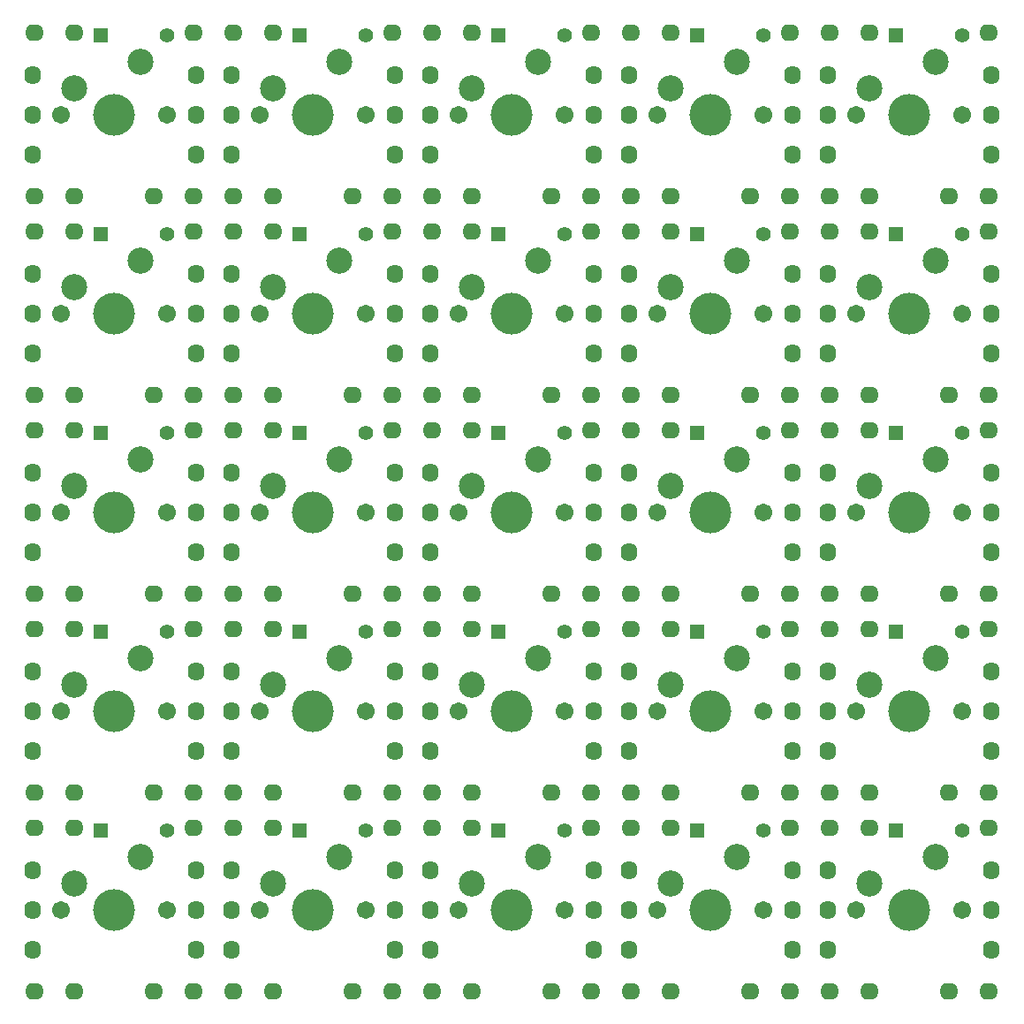
<source format=gts>
G04 #@! TF.GenerationSoftware,KiCad,Pcbnew,5.0.0-fee4fd1~66~ubuntu18.04.1*
G04 #@! TF.CreationDate,2018-09-16T19:45:11+09:00*
G04 #@! TF.ProjectId,MxLEDBit,4D784C45444269742E6B696361645F70,1*
G04 #@! TF.SameCoordinates,Original*
G04 #@! TF.FileFunction,Soldermask,Top*
G04 #@! TF.FilePolarity,Negative*
%FSLAX46Y46*%
G04 Gerber Fmt 4.6, Leading zero omitted, Abs format (unit mm)*
G04 Created by KiCad (PCBNEW 5.0.0-fee4fd1~66~ubuntu18.04.1) date Sun Sep 16 19:45:11 2018*
%MOMM*%
%LPD*%
G01*
G04 APERTURE LIST*
%ADD10O,1.800000X1.600000*%
%ADD11O,1.600000X1.800000*%
%ADD12C,1.710000*%
%ADD13C,2.500000*%
%ADD14C,4.000000*%
%ADD15C,1.400000*%
%ADD16R,1.400000X1.400000*%
G04 APERTURE END LIST*
D10*
G04 #@! TO.C,P23*
X156845000Y-103305000D03*
G04 #@! TD*
D11*
G04 #@! TO.C,P12*
X172285000Y-107315000D03*
G04 #@! TD*
G04 #@! TO.C,P24*
X156645000Y-107315000D03*
G04 #@! TD*
D10*
G04 #@! TO.C,P23*
X172085000Y-103305000D03*
G04 #@! TD*
D11*
G04 #@! TO.C,P23*
X156645000Y-111125000D03*
G04 #@! TD*
D10*
G04 #@! TO.C,P23*
X156845000Y-118945000D03*
G04 #@! TD*
G04 #@! TO.C,P11*
X160655000Y-103305000D03*
G04 #@! TD*
D11*
G04 #@! TO.C,P12*
X156645000Y-114935000D03*
G04 #@! TD*
D10*
G04 #@! TO.C,P11*
X160655000Y-118945000D03*
G04 #@! TD*
G04 #@! TO.C,P15*
X172085000Y-118945000D03*
G04 #@! TD*
D11*
G04 #@! TO.C,P21*
X172285000Y-114935000D03*
G04 #@! TD*
D12*
G04 #@! TO.C,SW1*
X169545000Y-111125000D03*
D13*
X167005000Y-106045000D03*
D14*
X164465000Y-111125000D03*
D13*
X160655000Y-108585000D03*
D12*
X159385000Y-111125000D03*
G04 #@! TD*
D11*
G04 #@! TO.C,P22*
X172285000Y-111125000D03*
G04 #@! TD*
D10*
G04 #@! TO.C,P16*
X168275000Y-118945000D03*
G04 #@! TD*
D15*
G04 #@! TO.C,D1*
X169545000Y-103505000D03*
D16*
X163195000Y-103505000D03*
G04 #@! TD*
D11*
G04 #@! TO.C,P22*
X172285000Y-73025000D03*
G04 #@! TD*
G04 #@! TO.C,P24*
X156645000Y-50165000D03*
G04 #@! TD*
G04 #@! TO.C,P22*
X172285000Y-92075000D03*
G04 #@! TD*
G04 #@! TO.C,P12*
X172285000Y-88265000D03*
G04 #@! TD*
G04 #@! TO.C,P12*
X172285000Y-69215000D03*
G04 #@! TD*
D10*
G04 #@! TO.C,P23*
X156845000Y-80845000D03*
G04 #@! TD*
D11*
G04 #@! TO.C,P12*
X172285000Y-50165000D03*
G04 #@! TD*
G04 #@! TO.C,P22*
X172285000Y-53975000D03*
G04 #@! TD*
D10*
G04 #@! TO.C,P23*
X156845000Y-99895000D03*
G04 #@! TD*
D11*
G04 #@! TO.C,P24*
X156645000Y-88265000D03*
G04 #@! TD*
D10*
G04 #@! TO.C,P23*
X156845000Y-46155000D03*
G04 #@! TD*
D11*
G04 #@! TO.C,P23*
X156645000Y-53975000D03*
G04 #@! TD*
G04 #@! TO.C,P23*
X156645000Y-73025000D03*
G04 #@! TD*
G04 #@! TO.C,P24*
X156645000Y-69215000D03*
G04 #@! TD*
D10*
G04 #@! TO.C,P23*
X172085000Y-46155000D03*
G04 #@! TD*
G04 #@! TO.C,P23*
X172085000Y-65205000D03*
G04 #@! TD*
G04 #@! TO.C,P23*
X156845000Y-61795000D03*
G04 #@! TD*
G04 #@! TO.C,P23*
X172085000Y-84255000D03*
G04 #@! TD*
G04 #@! TO.C,P11*
X160655000Y-61795000D03*
G04 #@! TD*
G04 #@! TO.C,P11*
X160655000Y-46155000D03*
G04 #@! TD*
G04 #@! TO.C,P11*
X160655000Y-65205000D03*
G04 #@! TD*
G04 #@! TO.C,P11*
X160655000Y-84255000D03*
G04 #@! TD*
D11*
G04 #@! TO.C,P12*
X156645000Y-57785000D03*
G04 #@! TD*
G04 #@! TO.C,P12*
X156645000Y-76835000D03*
G04 #@! TD*
G04 #@! TO.C,P12*
X156645000Y-95885000D03*
G04 #@! TD*
D10*
G04 #@! TO.C,P16*
X168275000Y-61795000D03*
G04 #@! TD*
G04 #@! TO.C,P16*
X168275000Y-80845000D03*
G04 #@! TD*
G04 #@! TO.C,P11*
X160655000Y-80845000D03*
G04 #@! TD*
G04 #@! TO.C,P11*
X160655000Y-99895000D03*
G04 #@! TD*
G04 #@! TO.C,P15*
X172085000Y-61795000D03*
G04 #@! TD*
G04 #@! TO.C,P15*
X172085000Y-80845000D03*
G04 #@! TD*
G04 #@! TO.C,P15*
X172085000Y-99895000D03*
G04 #@! TD*
D11*
G04 #@! TO.C,P23*
X156645000Y-92075000D03*
G04 #@! TD*
G04 #@! TO.C,P21*
X172285000Y-57785000D03*
G04 #@! TD*
G04 #@! TO.C,P21*
X172285000Y-76835000D03*
G04 #@! TD*
G04 #@! TO.C,P21*
X172285000Y-95885000D03*
G04 #@! TD*
D12*
G04 #@! TO.C,SW1*
X169545000Y-53975000D03*
D13*
X167005000Y-48895000D03*
D14*
X164465000Y-53975000D03*
D13*
X160655000Y-51435000D03*
D12*
X159385000Y-53975000D03*
G04 #@! TD*
G04 #@! TO.C,SW1*
X169545000Y-73025000D03*
D13*
X167005000Y-67945000D03*
D14*
X164465000Y-73025000D03*
D13*
X160655000Y-70485000D03*
D12*
X159385000Y-73025000D03*
G04 #@! TD*
G04 #@! TO.C,SW1*
X169545000Y-92075000D03*
D13*
X167005000Y-86995000D03*
D14*
X164465000Y-92075000D03*
D13*
X160655000Y-89535000D03*
D12*
X159385000Y-92075000D03*
G04 #@! TD*
D10*
G04 #@! TO.C,P23*
X156845000Y-65205000D03*
G04 #@! TD*
G04 #@! TO.C,P23*
X156845000Y-84255000D03*
G04 #@! TD*
G04 #@! TO.C,P16*
X168275000Y-99895000D03*
G04 #@! TD*
D15*
G04 #@! TO.C,D1*
X169545000Y-46355000D03*
D16*
X163195000Y-46355000D03*
G04 #@! TD*
D15*
G04 #@! TO.C,D1*
X169545000Y-65405000D03*
D16*
X163195000Y-65405000D03*
G04 #@! TD*
D15*
G04 #@! TO.C,D1*
X169545000Y-84455000D03*
D16*
X163195000Y-84455000D03*
G04 #@! TD*
D12*
G04 #@! TO.C,SW1*
X169545000Y-130175000D03*
D13*
X167005000Y-125095000D03*
D14*
X164465000Y-130175000D03*
D13*
X160655000Y-127635000D03*
D12*
X159385000Y-130175000D03*
G04 #@! TD*
D10*
G04 #@! TO.C,P23*
X172085000Y-122355000D03*
G04 #@! TD*
G04 #@! TO.C,P16*
X168275000Y-137995000D03*
G04 #@! TD*
D11*
G04 #@! TO.C,P21*
X172285000Y-133985000D03*
G04 #@! TD*
D10*
G04 #@! TO.C,P15*
X172085000Y-137995000D03*
G04 #@! TD*
D11*
G04 #@! TO.C,P24*
X156645000Y-126365000D03*
G04 #@! TD*
D15*
G04 #@! TO.C,D1*
X169545000Y-122555000D03*
D16*
X163195000Y-122555000D03*
G04 #@! TD*
D10*
G04 #@! TO.C,P23*
X156845000Y-137995000D03*
G04 #@! TD*
D11*
G04 #@! TO.C,P12*
X156645000Y-133985000D03*
G04 #@! TD*
G04 #@! TO.C,P22*
X172285000Y-130175000D03*
G04 #@! TD*
D10*
G04 #@! TO.C,P23*
X156845000Y-122355000D03*
G04 #@! TD*
G04 #@! TO.C,P11*
X160655000Y-122355000D03*
G04 #@! TD*
D11*
G04 #@! TO.C,P23*
X156645000Y-130175000D03*
G04 #@! TD*
D10*
G04 #@! TO.C,P11*
X160655000Y-137995000D03*
G04 #@! TD*
D11*
G04 #@! TO.C,P12*
X172285000Y-126365000D03*
G04 #@! TD*
G04 #@! TO.C,P12*
X153235000Y-126365000D03*
G04 #@! TD*
G04 #@! TO.C,P12*
X134185000Y-126365000D03*
G04 #@! TD*
G04 #@! TO.C,P12*
X115135000Y-126365000D03*
G04 #@! TD*
G04 #@! TO.C,P12*
X96085000Y-126365000D03*
G04 #@! TD*
G04 #@! TO.C,P12*
X153235000Y-107315000D03*
G04 #@! TD*
G04 #@! TO.C,P12*
X134185000Y-107315000D03*
G04 #@! TD*
G04 #@! TO.C,P12*
X115135000Y-107315000D03*
G04 #@! TD*
G04 #@! TO.C,P12*
X96085000Y-107315000D03*
G04 #@! TD*
G04 #@! TO.C,P12*
X153235000Y-88265000D03*
G04 #@! TD*
G04 #@! TO.C,P12*
X134185000Y-88265000D03*
G04 #@! TD*
G04 #@! TO.C,P12*
X115135000Y-88265000D03*
G04 #@! TD*
G04 #@! TO.C,P12*
X96085000Y-88265000D03*
G04 #@! TD*
G04 #@! TO.C,P12*
X153235000Y-69215000D03*
G04 #@! TD*
G04 #@! TO.C,P12*
X134185000Y-69215000D03*
G04 #@! TD*
G04 #@! TO.C,P12*
X115135000Y-69215000D03*
G04 #@! TD*
G04 #@! TO.C,P12*
X96085000Y-69215000D03*
G04 #@! TD*
G04 #@! TO.C,P12*
X153235000Y-50165000D03*
G04 #@! TD*
G04 #@! TO.C,P12*
X134185000Y-50165000D03*
G04 #@! TD*
G04 #@! TO.C,P12*
X115135000Y-50165000D03*
G04 #@! TD*
D10*
G04 #@! TO.C,P23*
X137795000Y-137995000D03*
G04 #@! TD*
G04 #@! TO.C,P23*
X118745000Y-137995000D03*
G04 #@! TD*
G04 #@! TO.C,P23*
X99695000Y-137995000D03*
G04 #@! TD*
G04 #@! TO.C,P23*
X80645000Y-137995000D03*
G04 #@! TD*
G04 #@! TO.C,P23*
X137795000Y-118945000D03*
G04 #@! TD*
G04 #@! TO.C,P23*
X118745000Y-118945000D03*
G04 #@! TD*
G04 #@! TO.C,P23*
X99695000Y-118945000D03*
G04 #@! TD*
G04 #@! TO.C,P23*
X80645000Y-118945000D03*
G04 #@! TD*
G04 #@! TO.C,P23*
X137795000Y-99895000D03*
G04 #@! TD*
G04 #@! TO.C,P23*
X118745000Y-99895000D03*
G04 #@! TD*
G04 #@! TO.C,P23*
X99695000Y-99895000D03*
G04 #@! TD*
G04 #@! TO.C,P23*
X80645000Y-99895000D03*
G04 #@! TD*
G04 #@! TO.C,P23*
X137795000Y-80845000D03*
G04 #@! TD*
G04 #@! TO.C,P23*
X118745000Y-80845000D03*
G04 #@! TD*
G04 #@! TO.C,P23*
X99695000Y-80845000D03*
G04 #@! TD*
G04 #@! TO.C,P23*
X80645000Y-80845000D03*
G04 #@! TD*
G04 #@! TO.C,P23*
X137795000Y-61795000D03*
G04 #@! TD*
G04 #@! TO.C,P23*
X118745000Y-61795000D03*
G04 #@! TD*
G04 #@! TO.C,P23*
X99695000Y-61795000D03*
G04 #@! TD*
G04 #@! TO.C,P23*
X137795000Y-122355000D03*
G04 #@! TD*
G04 #@! TO.C,P23*
X118745000Y-122355000D03*
G04 #@! TD*
G04 #@! TO.C,P23*
X99695000Y-122355000D03*
G04 #@! TD*
G04 #@! TO.C,P23*
X80645000Y-122355000D03*
G04 #@! TD*
G04 #@! TO.C,P23*
X137795000Y-103305000D03*
G04 #@! TD*
G04 #@! TO.C,P23*
X118745000Y-103305000D03*
G04 #@! TD*
G04 #@! TO.C,P23*
X99695000Y-103305000D03*
G04 #@! TD*
G04 #@! TO.C,P23*
X80645000Y-103305000D03*
G04 #@! TD*
G04 #@! TO.C,P23*
X137795000Y-84255000D03*
G04 #@! TD*
G04 #@! TO.C,P23*
X118745000Y-84255000D03*
G04 #@! TD*
G04 #@! TO.C,P23*
X99695000Y-84255000D03*
G04 #@! TD*
G04 #@! TO.C,P23*
X80645000Y-84255000D03*
G04 #@! TD*
G04 #@! TO.C,P23*
X137795000Y-65205000D03*
G04 #@! TD*
G04 #@! TO.C,P23*
X118745000Y-65205000D03*
G04 #@! TD*
G04 #@! TO.C,P23*
X99695000Y-65205000D03*
G04 #@! TD*
G04 #@! TO.C,P23*
X80645000Y-65205000D03*
G04 #@! TD*
G04 #@! TO.C,P23*
X137795000Y-46155000D03*
G04 #@! TD*
G04 #@! TO.C,P23*
X118745000Y-46155000D03*
G04 #@! TD*
G04 #@! TO.C,P23*
X99695000Y-46155000D03*
G04 #@! TD*
D11*
G04 #@! TO.C,P23*
X137595000Y-130175000D03*
G04 #@! TD*
G04 #@! TO.C,P23*
X118545000Y-130175000D03*
G04 #@! TD*
G04 #@! TO.C,P23*
X99495000Y-130175000D03*
G04 #@! TD*
G04 #@! TO.C,P23*
X80445000Y-130175000D03*
G04 #@! TD*
G04 #@! TO.C,P23*
X137595000Y-111125000D03*
G04 #@! TD*
G04 #@! TO.C,P23*
X118545000Y-111125000D03*
G04 #@! TD*
G04 #@! TO.C,P23*
X99495000Y-111125000D03*
G04 #@! TD*
G04 #@! TO.C,P23*
X80445000Y-111125000D03*
G04 #@! TD*
G04 #@! TO.C,P23*
X137595000Y-92075000D03*
G04 #@! TD*
G04 #@! TO.C,P23*
X118545000Y-92075000D03*
G04 #@! TD*
G04 #@! TO.C,P23*
X99495000Y-92075000D03*
G04 #@! TD*
G04 #@! TO.C,P23*
X80445000Y-92075000D03*
G04 #@! TD*
G04 #@! TO.C,P23*
X137595000Y-73025000D03*
G04 #@! TD*
G04 #@! TO.C,P23*
X118545000Y-73025000D03*
G04 #@! TD*
G04 #@! TO.C,P23*
X99495000Y-73025000D03*
G04 #@! TD*
G04 #@! TO.C,P23*
X80445000Y-73025000D03*
G04 #@! TD*
G04 #@! TO.C,P23*
X137595000Y-53975000D03*
G04 #@! TD*
G04 #@! TO.C,P23*
X118545000Y-53975000D03*
G04 #@! TD*
G04 #@! TO.C,P23*
X99495000Y-53975000D03*
G04 #@! TD*
G04 #@! TO.C,P22*
X153235000Y-130175000D03*
G04 #@! TD*
G04 #@! TO.C,P22*
X134185000Y-130175000D03*
G04 #@! TD*
G04 #@! TO.C,P22*
X115135000Y-130175000D03*
G04 #@! TD*
G04 #@! TO.C,P22*
X96085000Y-130175000D03*
G04 #@! TD*
G04 #@! TO.C,P22*
X153235000Y-111125000D03*
G04 #@! TD*
G04 #@! TO.C,P22*
X134185000Y-111125000D03*
G04 #@! TD*
G04 #@! TO.C,P22*
X115135000Y-111125000D03*
G04 #@! TD*
G04 #@! TO.C,P22*
X96085000Y-111125000D03*
G04 #@! TD*
G04 #@! TO.C,P22*
X153235000Y-92075000D03*
G04 #@! TD*
G04 #@! TO.C,P22*
X134185000Y-92075000D03*
G04 #@! TD*
G04 #@! TO.C,P22*
X115135000Y-92075000D03*
G04 #@! TD*
G04 #@! TO.C,P22*
X96085000Y-92075000D03*
G04 #@! TD*
G04 #@! TO.C,P22*
X153235000Y-73025000D03*
G04 #@! TD*
G04 #@! TO.C,P22*
X134185000Y-73025000D03*
G04 #@! TD*
G04 #@! TO.C,P22*
X115135000Y-73025000D03*
G04 #@! TD*
G04 #@! TO.C,P22*
X96085000Y-73025000D03*
G04 #@! TD*
G04 #@! TO.C,P22*
X153235000Y-53975000D03*
G04 #@! TD*
G04 #@! TO.C,P22*
X134185000Y-53975000D03*
G04 #@! TD*
G04 #@! TO.C,P22*
X115135000Y-53975000D03*
G04 #@! TD*
G04 #@! TO.C,P24*
X137595000Y-126365000D03*
G04 #@! TD*
G04 #@! TO.C,P24*
X118545000Y-126365000D03*
G04 #@! TD*
G04 #@! TO.C,P24*
X99495000Y-126365000D03*
G04 #@! TD*
G04 #@! TO.C,P24*
X80445000Y-126365000D03*
G04 #@! TD*
G04 #@! TO.C,P24*
X137595000Y-107315000D03*
G04 #@! TD*
G04 #@! TO.C,P24*
X118545000Y-107315000D03*
G04 #@! TD*
G04 #@! TO.C,P24*
X99495000Y-107315000D03*
G04 #@! TD*
G04 #@! TO.C,P24*
X80445000Y-107315000D03*
G04 #@! TD*
G04 #@! TO.C,P24*
X137595000Y-88265000D03*
G04 #@! TD*
G04 #@! TO.C,P24*
X118545000Y-88265000D03*
G04 #@! TD*
G04 #@! TO.C,P24*
X99495000Y-88265000D03*
G04 #@! TD*
G04 #@! TO.C,P24*
X80445000Y-88265000D03*
G04 #@! TD*
G04 #@! TO.C,P24*
X137595000Y-69215000D03*
G04 #@! TD*
G04 #@! TO.C,P24*
X118545000Y-69215000D03*
G04 #@! TD*
G04 #@! TO.C,P24*
X99495000Y-69215000D03*
G04 #@! TD*
G04 #@! TO.C,P24*
X80445000Y-69215000D03*
G04 #@! TD*
G04 #@! TO.C,P24*
X137595000Y-50165000D03*
G04 #@! TD*
G04 #@! TO.C,P24*
X118545000Y-50165000D03*
G04 #@! TD*
G04 #@! TO.C,P24*
X99495000Y-50165000D03*
G04 #@! TD*
D10*
G04 #@! TO.C,P23*
X153035000Y-122355000D03*
G04 #@! TD*
G04 #@! TO.C,P23*
X133985000Y-122355000D03*
G04 #@! TD*
G04 #@! TO.C,P23*
X114935000Y-122355000D03*
G04 #@! TD*
G04 #@! TO.C,P23*
X95885000Y-122355000D03*
G04 #@! TD*
G04 #@! TO.C,P23*
X153035000Y-103305000D03*
G04 #@! TD*
G04 #@! TO.C,P23*
X133985000Y-103305000D03*
G04 #@! TD*
G04 #@! TO.C,P23*
X114935000Y-103305000D03*
G04 #@! TD*
G04 #@! TO.C,P23*
X95885000Y-103305000D03*
G04 #@! TD*
G04 #@! TO.C,P23*
X153035000Y-84255000D03*
G04 #@! TD*
G04 #@! TO.C,P23*
X133985000Y-84255000D03*
G04 #@! TD*
G04 #@! TO.C,P23*
X114935000Y-84255000D03*
G04 #@! TD*
G04 #@! TO.C,P23*
X95885000Y-84255000D03*
G04 #@! TD*
G04 #@! TO.C,P23*
X153035000Y-65205000D03*
G04 #@! TD*
G04 #@! TO.C,P23*
X133985000Y-65205000D03*
G04 #@! TD*
G04 #@! TO.C,P23*
X114935000Y-65205000D03*
G04 #@! TD*
G04 #@! TO.C,P23*
X95885000Y-65205000D03*
G04 #@! TD*
G04 #@! TO.C,P23*
X153035000Y-46155000D03*
G04 #@! TD*
G04 #@! TO.C,P23*
X133985000Y-46155000D03*
G04 #@! TD*
G04 #@! TO.C,P23*
X114935000Y-46155000D03*
G04 #@! TD*
G04 #@! TO.C,P16*
X149225000Y-137995000D03*
G04 #@! TD*
G04 #@! TO.C,P16*
X130175000Y-137995000D03*
G04 #@! TD*
G04 #@! TO.C,P16*
X111125000Y-137995000D03*
G04 #@! TD*
G04 #@! TO.C,P16*
X92075000Y-137995000D03*
G04 #@! TD*
G04 #@! TO.C,P16*
X149225000Y-118945000D03*
G04 #@! TD*
G04 #@! TO.C,P16*
X130175000Y-118945000D03*
G04 #@! TD*
G04 #@! TO.C,P16*
X111125000Y-118945000D03*
G04 #@! TD*
G04 #@! TO.C,P16*
X92075000Y-118945000D03*
G04 #@! TD*
G04 #@! TO.C,P16*
X149225000Y-99895000D03*
G04 #@! TD*
G04 #@! TO.C,P16*
X130175000Y-99895000D03*
G04 #@! TD*
G04 #@! TO.C,P16*
X111125000Y-99895000D03*
G04 #@! TD*
G04 #@! TO.C,P16*
X92075000Y-99895000D03*
G04 #@! TD*
G04 #@! TO.C,P16*
X149225000Y-80845000D03*
G04 #@! TD*
G04 #@! TO.C,P16*
X130175000Y-80845000D03*
G04 #@! TD*
G04 #@! TO.C,P16*
X111125000Y-80845000D03*
G04 #@! TD*
G04 #@! TO.C,P16*
X92075000Y-80845000D03*
G04 #@! TD*
G04 #@! TO.C,P16*
X149225000Y-61795000D03*
G04 #@! TD*
G04 #@! TO.C,P16*
X130175000Y-61795000D03*
G04 #@! TD*
G04 #@! TO.C,P16*
X111125000Y-61795000D03*
G04 #@! TD*
D11*
G04 #@! TO.C,P12*
X137595000Y-133985000D03*
G04 #@! TD*
G04 #@! TO.C,P12*
X118545000Y-133985000D03*
G04 #@! TD*
G04 #@! TO.C,P12*
X99495000Y-133985000D03*
G04 #@! TD*
G04 #@! TO.C,P12*
X80445000Y-133985000D03*
G04 #@! TD*
G04 #@! TO.C,P12*
X137595000Y-114935000D03*
G04 #@! TD*
G04 #@! TO.C,P12*
X118545000Y-114935000D03*
G04 #@! TD*
G04 #@! TO.C,P12*
X99495000Y-114935000D03*
G04 #@! TD*
G04 #@! TO.C,P12*
X80445000Y-114935000D03*
G04 #@! TD*
G04 #@! TO.C,P12*
X137595000Y-95885000D03*
G04 #@! TD*
G04 #@! TO.C,P12*
X118545000Y-95885000D03*
G04 #@! TD*
G04 #@! TO.C,P12*
X99495000Y-95885000D03*
G04 #@! TD*
G04 #@! TO.C,P12*
X80445000Y-95885000D03*
G04 #@! TD*
G04 #@! TO.C,P12*
X137595000Y-76835000D03*
G04 #@! TD*
G04 #@! TO.C,P12*
X118545000Y-76835000D03*
G04 #@! TD*
G04 #@! TO.C,P12*
X99495000Y-76835000D03*
G04 #@! TD*
G04 #@! TO.C,P12*
X80445000Y-76835000D03*
G04 #@! TD*
G04 #@! TO.C,P12*
X137595000Y-57785000D03*
G04 #@! TD*
G04 #@! TO.C,P12*
X118545000Y-57785000D03*
G04 #@! TD*
G04 #@! TO.C,P12*
X99495000Y-57785000D03*
G04 #@! TD*
D10*
G04 #@! TO.C,P11*
X141605000Y-122355000D03*
G04 #@! TD*
G04 #@! TO.C,P11*
X122555000Y-122355000D03*
G04 #@! TD*
G04 #@! TO.C,P11*
X103505000Y-122355000D03*
G04 #@! TD*
G04 #@! TO.C,P11*
X84455000Y-122355000D03*
G04 #@! TD*
G04 #@! TO.C,P11*
X141605000Y-103305000D03*
G04 #@! TD*
G04 #@! TO.C,P11*
X122555000Y-103305000D03*
G04 #@! TD*
G04 #@! TO.C,P11*
X103505000Y-103305000D03*
G04 #@! TD*
G04 #@! TO.C,P11*
X84455000Y-103305000D03*
G04 #@! TD*
G04 #@! TO.C,P11*
X141605000Y-84255000D03*
G04 #@! TD*
G04 #@! TO.C,P11*
X122555000Y-84255000D03*
G04 #@! TD*
G04 #@! TO.C,P11*
X103505000Y-84255000D03*
G04 #@! TD*
G04 #@! TO.C,P11*
X84455000Y-84255000D03*
G04 #@! TD*
G04 #@! TO.C,P11*
X141605000Y-65205000D03*
G04 #@! TD*
G04 #@! TO.C,P11*
X122555000Y-65205000D03*
G04 #@! TD*
G04 #@! TO.C,P11*
X103505000Y-65205000D03*
G04 #@! TD*
G04 #@! TO.C,P11*
X84455000Y-65205000D03*
G04 #@! TD*
G04 #@! TO.C,P11*
X141605000Y-46155000D03*
G04 #@! TD*
G04 #@! TO.C,P11*
X122555000Y-46155000D03*
G04 #@! TD*
G04 #@! TO.C,P11*
X103505000Y-46155000D03*
G04 #@! TD*
D16*
G04 #@! TO.C,D1*
X144145000Y-122555000D03*
D15*
X150495000Y-122555000D03*
G04 #@! TD*
D16*
G04 #@! TO.C,D1*
X125095000Y-122555000D03*
D15*
X131445000Y-122555000D03*
G04 #@! TD*
D16*
G04 #@! TO.C,D1*
X106045000Y-122555000D03*
D15*
X112395000Y-122555000D03*
G04 #@! TD*
D16*
G04 #@! TO.C,D1*
X86995000Y-122555000D03*
D15*
X93345000Y-122555000D03*
G04 #@! TD*
D16*
G04 #@! TO.C,D1*
X144145000Y-103505000D03*
D15*
X150495000Y-103505000D03*
G04 #@! TD*
D16*
G04 #@! TO.C,D1*
X125095000Y-103505000D03*
D15*
X131445000Y-103505000D03*
G04 #@! TD*
D16*
G04 #@! TO.C,D1*
X106045000Y-103505000D03*
D15*
X112395000Y-103505000D03*
G04 #@! TD*
D16*
G04 #@! TO.C,D1*
X86995000Y-103505000D03*
D15*
X93345000Y-103505000D03*
G04 #@! TD*
D16*
G04 #@! TO.C,D1*
X144145000Y-84455000D03*
D15*
X150495000Y-84455000D03*
G04 #@! TD*
D16*
G04 #@! TO.C,D1*
X125095000Y-84455000D03*
D15*
X131445000Y-84455000D03*
G04 #@! TD*
D16*
G04 #@! TO.C,D1*
X106045000Y-84455000D03*
D15*
X112395000Y-84455000D03*
G04 #@! TD*
D16*
G04 #@! TO.C,D1*
X86995000Y-84455000D03*
D15*
X93345000Y-84455000D03*
G04 #@! TD*
D16*
G04 #@! TO.C,D1*
X144145000Y-65405000D03*
D15*
X150495000Y-65405000D03*
G04 #@! TD*
D16*
G04 #@! TO.C,D1*
X125095000Y-65405000D03*
D15*
X131445000Y-65405000D03*
G04 #@! TD*
D16*
G04 #@! TO.C,D1*
X106045000Y-65405000D03*
D15*
X112395000Y-65405000D03*
G04 #@! TD*
D16*
G04 #@! TO.C,D1*
X86995000Y-65405000D03*
D15*
X93345000Y-65405000D03*
G04 #@! TD*
D16*
G04 #@! TO.C,D1*
X144145000Y-46355000D03*
D15*
X150495000Y-46355000D03*
G04 #@! TD*
D16*
G04 #@! TO.C,D1*
X125095000Y-46355000D03*
D15*
X131445000Y-46355000D03*
G04 #@! TD*
D16*
G04 #@! TO.C,D1*
X106045000Y-46355000D03*
D15*
X112395000Y-46355000D03*
G04 #@! TD*
D12*
G04 #@! TO.C,SW1*
X140335000Y-130175000D03*
D13*
X141605000Y-127635000D03*
D14*
X145415000Y-130175000D03*
D13*
X147955000Y-125095000D03*
D12*
X150495000Y-130175000D03*
G04 #@! TD*
G04 #@! TO.C,SW1*
X121285000Y-130175000D03*
D13*
X122555000Y-127635000D03*
D14*
X126365000Y-130175000D03*
D13*
X128905000Y-125095000D03*
D12*
X131445000Y-130175000D03*
G04 #@! TD*
G04 #@! TO.C,SW1*
X102235000Y-130175000D03*
D13*
X103505000Y-127635000D03*
D14*
X107315000Y-130175000D03*
D13*
X109855000Y-125095000D03*
D12*
X112395000Y-130175000D03*
G04 #@! TD*
G04 #@! TO.C,SW1*
X83185000Y-130175000D03*
D13*
X84455000Y-127635000D03*
D14*
X88265000Y-130175000D03*
D13*
X90805000Y-125095000D03*
D12*
X93345000Y-130175000D03*
G04 #@! TD*
G04 #@! TO.C,SW1*
X140335000Y-111125000D03*
D13*
X141605000Y-108585000D03*
D14*
X145415000Y-111125000D03*
D13*
X147955000Y-106045000D03*
D12*
X150495000Y-111125000D03*
G04 #@! TD*
G04 #@! TO.C,SW1*
X121285000Y-111125000D03*
D13*
X122555000Y-108585000D03*
D14*
X126365000Y-111125000D03*
D13*
X128905000Y-106045000D03*
D12*
X131445000Y-111125000D03*
G04 #@! TD*
G04 #@! TO.C,SW1*
X102235000Y-111125000D03*
D13*
X103505000Y-108585000D03*
D14*
X107315000Y-111125000D03*
D13*
X109855000Y-106045000D03*
D12*
X112395000Y-111125000D03*
G04 #@! TD*
G04 #@! TO.C,SW1*
X83185000Y-111125000D03*
D13*
X84455000Y-108585000D03*
D14*
X88265000Y-111125000D03*
D13*
X90805000Y-106045000D03*
D12*
X93345000Y-111125000D03*
G04 #@! TD*
G04 #@! TO.C,SW1*
X140335000Y-92075000D03*
D13*
X141605000Y-89535000D03*
D14*
X145415000Y-92075000D03*
D13*
X147955000Y-86995000D03*
D12*
X150495000Y-92075000D03*
G04 #@! TD*
G04 #@! TO.C,SW1*
X121285000Y-92075000D03*
D13*
X122555000Y-89535000D03*
D14*
X126365000Y-92075000D03*
D13*
X128905000Y-86995000D03*
D12*
X131445000Y-92075000D03*
G04 #@! TD*
G04 #@! TO.C,SW1*
X102235000Y-92075000D03*
D13*
X103505000Y-89535000D03*
D14*
X107315000Y-92075000D03*
D13*
X109855000Y-86995000D03*
D12*
X112395000Y-92075000D03*
G04 #@! TD*
G04 #@! TO.C,SW1*
X83185000Y-92075000D03*
D13*
X84455000Y-89535000D03*
D14*
X88265000Y-92075000D03*
D13*
X90805000Y-86995000D03*
D12*
X93345000Y-92075000D03*
G04 #@! TD*
G04 #@! TO.C,SW1*
X140335000Y-73025000D03*
D13*
X141605000Y-70485000D03*
D14*
X145415000Y-73025000D03*
D13*
X147955000Y-67945000D03*
D12*
X150495000Y-73025000D03*
G04 #@! TD*
G04 #@! TO.C,SW1*
X121285000Y-73025000D03*
D13*
X122555000Y-70485000D03*
D14*
X126365000Y-73025000D03*
D13*
X128905000Y-67945000D03*
D12*
X131445000Y-73025000D03*
G04 #@! TD*
G04 #@! TO.C,SW1*
X102235000Y-73025000D03*
D13*
X103505000Y-70485000D03*
D14*
X107315000Y-73025000D03*
D13*
X109855000Y-67945000D03*
D12*
X112395000Y-73025000D03*
G04 #@! TD*
G04 #@! TO.C,SW1*
X83185000Y-73025000D03*
D13*
X84455000Y-70485000D03*
D14*
X88265000Y-73025000D03*
D13*
X90805000Y-67945000D03*
D12*
X93345000Y-73025000D03*
G04 #@! TD*
G04 #@! TO.C,SW1*
X140335000Y-53975000D03*
D13*
X141605000Y-51435000D03*
D14*
X145415000Y-53975000D03*
D13*
X147955000Y-48895000D03*
D12*
X150495000Y-53975000D03*
G04 #@! TD*
G04 #@! TO.C,SW1*
X121285000Y-53975000D03*
D13*
X122555000Y-51435000D03*
D14*
X126365000Y-53975000D03*
D13*
X128905000Y-48895000D03*
D12*
X131445000Y-53975000D03*
G04 #@! TD*
G04 #@! TO.C,SW1*
X102235000Y-53975000D03*
D13*
X103505000Y-51435000D03*
D14*
X107315000Y-53975000D03*
D13*
X109855000Y-48895000D03*
D12*
X112395000Y-53975000D03*
G04 #@! TD*
D11*
G04 #@! TO.C,P21*
X153235000Y-133985000D03*
G04 #@! TD*
G04 #@! TO.C,P21*
X134185000Y-133985000D03*
G04 #@! TD*
G04 #@! TO.C,P21*
X115135000Y-133985000D03*
G04 #@! TD*
G04 #@! TO.C,P21*
X96085000Y-133985000D03*
G04 #@! TD*
G04 #@! TO.C,P21*
X153235000Y-114935000D03*
G04 #@! TD*
G04 #@! TO.C,P21*
X134185000Y-114935000D03*
G04 #@! TD*
G04 #@! TO.C,P21*
X115135000Y-114935000D03*
G04 #@! TD*
G04 #@! TO.C,P21*
X96085000Y-114935000D03*
G04 #@! TD*
G04 #@! TO.C,P21*
X153235000Y-95885000D03*
G04 #@! TD*
G04 #@! TO.C,P21*
X134185000Y-95885000D03*
G04 #@! TD*
G04 #@! TO.C,P21*
X115135000Y-95885000D03*
G04 #@! TD*
G04 #@! TO.C,P21*
X96085000Y-95885000D03*
G04 #@! TD*
G04 #@! TO.C,P21*
X153235000Y-76835000D03*
G04 #@! TD*
G04 #@! TO.C,P21*
X134185000Y-76835000D03*
G04 #@! TD*
G04 #@! TO.C,P21*
X115135000Y-76835000D03*
G04 #@! TD*
G04 #@! TO.C,P21*
X96085000Y-76835000D03*
G04 #@! TD*
G04 #@! TO.C,P21*
X153235000Y-57785000D03*
G04 #@! TD*
G04 #@! TO.C,P21*
X134185000Y-57785000D03*
G04 #@! TD*
G04 #@! TO.C,P21*
X115135000Y-57785000D03*
G04 #@! TD*
D10*
G04 #@! TO.C,P15*
X153035000Y-137995000D03*
G04 #@! TD*
G04 #@! TO.C,P15*
X133985000Y-137995000D03*
G04 #@! TD*
G04 #@! TO.C,P15*
X114935000Y-137995000D03*
G04 #@! TD*
G04 #@! TO.C,P15*
X95885000Y-137995000D03*
G04 #@! TD*
G04 #@! TO.C,P15*
X153035000Y-118945000D03*
G04 #@! TD*
G04 #@! TO.C,P15*
X133985000Y-118945000D03*
G04 #@! TD*
G04 #@! TO.C,P15*
X114935000Y-118945000D03*
G04 #@! TD*
G04 #@! TO.C,P15*
X95885000Y-118945000D03*
G04 #@! TD*
G04 #@! TO.C,P15*
X153035000Y-99895000D03*
G04 #@! TD*
G04 #@! TO.C,P15*
X133985000Y-99895000D03*
G04 #@! TD*
G04 #@! TO.C,P15*
X114935000Y-99895000D03*
G04 #@! TD*
G04 #@! TO.C,P15*
X95885000Y-99895000D03*
G04 #@! TD*
G04 #@! TO.C,P15*
X153035000Y-80845000D03*
G04 #@! TD*
G04 #@! TO.C,P15*
X133985000Y-80845000D03*
G04 #@! TD*
G04 #@! TO.C,P15*
X114935000Y-80845000D03*
G04 #@! TD*
G04 #@! TO.C,P15*
X95885000Y-80845000D03*
G04 #@! TD*
G04 #@! TO.C,P15*
X153035000Y-61795000D03*
G04 #@! TD*
G04 #@! TO.C,P15*
X133985000Y-61795000D03*
G04 #@! TD*
G04 #@! TO.C,P15*
X114935000Y-61795000D03*
G04 #@! TD*
G04 #@! TO.C,P11*
X141605000Y-137995000D03*
G04 #@! TD*
G04 #@! TO.C,P11*
X122555000Y-137995000D03*
G04 #@! TD*
G04 #@! TO.C,P11*
X103505000Y-137995000D03*
G04 #@! TD*
G04 #@! TO.C,P11*
X84455000Y-137995000D03*
G04 #@! TD*
G04 #@! TO.C,P11*
X141605000Y-118945000D03*
G04 #@! TD*
G04 #@! TO.C,P11*
X122555000Y-118945000D03*
G04 #@! TD*
G04 #@! TO.C,P11*
X103505000Y-118945000D03*
G04 #@! TD*
G04 #@! TO.C,P11*
X84455000Y-118945000D03*
G04 #@! TD*
G04 #@! TO.C,P11*
X141605000Y-99895000D03*
G04 #@! TD*
G04 #@! TO.C,P11*
X122555000Y-99895000D03*
G04 #@! TD*
G04 #@! TO.C,P11*
X103505000Y-99895000D03*
G04 #@! TD*
G04 #@! TO.C,P11*
X84455000Y-99895000D03*
G04 #@! TD*
G04 #@! TO.C,P11*
X141605000Y-80845000D03*
G04 #@! TD*
G04 #@! TO.C,P11*
X122555000Y-80845000D03*
G04 #@! TD*
G04 #@! TO.C,P11*
X103505000Y-80845000D03*
G04 #@! TD*
G04 #@! TO.C,P11*
X84455000Y-80845000D03*
G04 #@! TD*
G04 #@! TO.C,P11*
X141605000Y-61795000D03*
G04 #@! TD*
G04 #@! TO.C,P11*
X122555000Y-61795000D03*
G04 #@! TD*
G04 #@! TO.C,P11*
X103505000Y-61795000D03*
G04 #@! TD*
D12*
G04 #@! TO.C,SW1*
X93345000Y-53975000D03*
D13*
X90805000Y-48895000D03*
D14*
X88265000Y-53975000D03*
D13*
X84455000Y-51435000D03*
D12*
X83185000Y-53975000D03*
G04 #@! TD*
D11*
G04 #@! TO.C,P12*
X96085000Y-50165000D03*
G04 #@! TD*
G04 #@! TO.C,P22*
X96085000Y-53975000D03*
G04 #@! TD*
G04 #@! TO.C,P23*
X80445000Y-53975000D03*
G04 #@! TD*
D10*
G04 #@! TO.C,P11*
X84455000Y-61795000D03*
G04 #@! TD*
G04 #@! TO.C,P23*
X80645000Y-61795000D03*
G04 #@! TD*
G04 #@! TO.C,P23*
X80645000Y-46155000D03*
G04 #@! TD*
G04 #@! TO.C,P15*
X95885000Y-61795000D03*
G04 #@! TD*
D11*
G04 #@! TO.C,P21*
X96085000Y-57785000D03*
G04 #@! TD*
D15*
G04 #@! TO.C,D1*
X93345000Y-46355000D03*
D16*
X86995000Y-46355000D03*
G04 #@! TD*
D10*
G04 #@! TO.C,P11*
X84455000Y-46155000D03*
G04 #@! TD*
D11*
G04 #@! TO.C,P12*
X80445000Y-57785000D03*
G04 #@! TD*
D10*
G04 #@! TO.C,P16*
X92075000Y-61795000D03*
G04 #@! TD*
G04 #@! TO.C,P23*
X95885000Y-46155000D03*
G04 #@! TD*
D11*
G04 #@! TO.C,P24*
X80445000Y-50165000D03*
G04 #@! TD*
M02*

</source>
